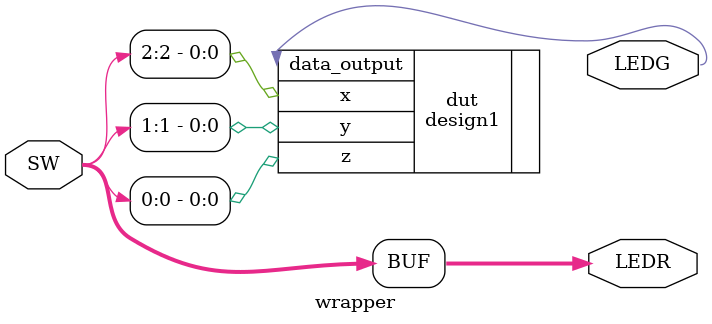
<source format=sv>
module wrapper (
  input logic [2:0] SW,
  output logic [2:0] LEDR,
  output logic [0:0] LEDG
);

design1 dut (
  .x (SW[2]),
  .y (SW[1]),
  .z (SW[0]),
  .data_output (LEDG[0])
);

assign LEDR = SW;

endmodule: wrapper

</source>
